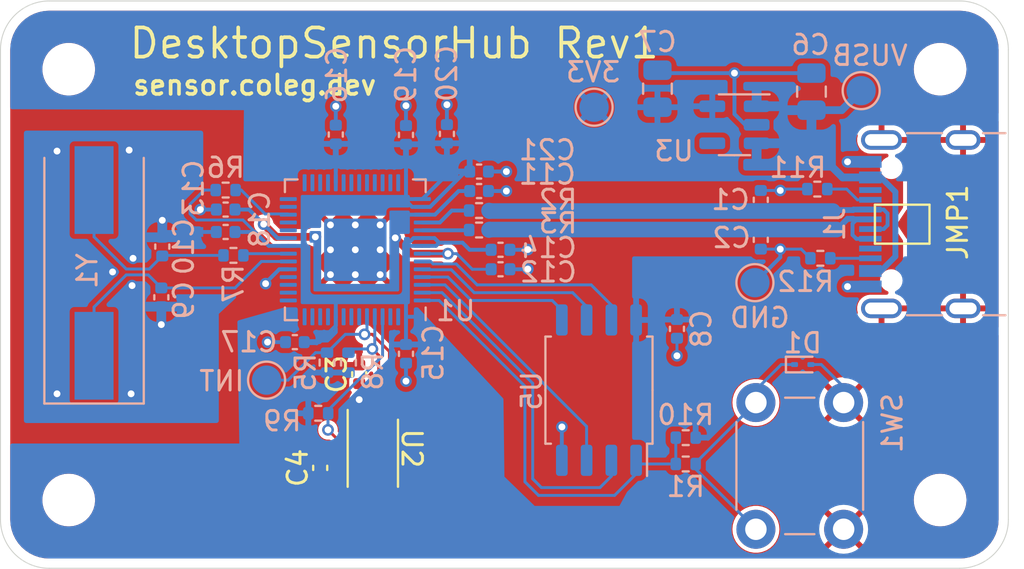
<source format=kicad_pcb>
(kicad_pcb (version 20221018) (generator pcbnew)
  (layers (0 "F.Cu" signal) (31 "B.Cu" signal) (34 "B.Paste" user) (35 "F.Paste" user) (36 "B.SilkS" user "B.Silkscreen") (37 "F.SilkS" user "F.Silkscreen") (38 "B.Mask" user) (39 "F.Mask" user) (44 "Edge.Cuts" user))
  (net 0 "")
  (net 1 "GND")
  (net 2 "+3V3")
  (net 3 "Net-(U2-LED_A)")
  (net 4 "Net-(U3-EN)")
  (net 5 "Net-(U1-XIN)")
  (net 6 "Net-(C10-Pad2)")
  (net 7 "+1V1")
  (net 8 "Net-(D1-A1)")
  (net 9 "Net-(J1-CC1)")
  (net 11 "Net-(J1-CC2)")
  (net 13 "Net-(J1-SHIELD)")
  (net 14 "Net-(U1-QSPI_SS)")
  (net 15 "/USB_D-")
  (net 16 "/USB_D+")
  (net 17 "Net-(U1-GPIO4)")
  (net 18 "Net-(U1-RUN)")
  (net 19 "Net-(U1-XOUT)")
  (net 20 "Net-(U1-GPIO3)")
  (net 21 "Net-(U1-GPIO2)")
  (net 51 "Net-(U1-QSPI_SD3)")
  (net 52 "Net-(U1-QSPI_SCLK)")
  (net 53 "Net-(U1-QSPI_SD0)")
  (net 54 "Net-(U1-QSPI_SD2)")
  (net 55 "Net-(U1-QSPI_SD1)")
  (net 56 "Net-(U2-LDR)")
  (net 58 "Net-(U1-USB_DM)")
  (net 59 "Net-(U1-USB_DP)")
  (footprint "MountingHole:MountingHole_2.2mm_M2" (layer "F.Cu") (at 98.3 88.45)
    (fp_text reference "REF**" hide)
    (fp_text value "MountingHole_2.2mm_M2" hide)
  )
  (footprint "MountingHole:MountingHole_2.2mm_M2" (layer "F.Cu") (at 143 88.45)
    (fp_text reference "REF**" hide)
    (fp_text value "MountingHole_2.2mm_M2" hide)
  )
  (footprint "MountingHole:MountingHole_2.2mm_M2" (layer "F.Cu") (at 143 66.35)
    (fp_text reference "REF**" hide)
    (fp_text value "MountingHole_2.2mm_M2" hide)
  )
  (footprint "Jumper:SolderJumper-2_P1.3mm_Open_TrianglePad1.0x1.5mm" (layer "F.Cu") (at 141.055 74.3 180)
    (fp_text reference "JMP1")
    (fp_text value "0" hide)
  )
  (footprint "MountingHole:MountingHole_2.2mm_M2" (layer "F.Cu") (at 98.3 66.35)
    (fp_text reference "REF**" hide)
    (fp_text value "MountingHole_2.2mm_M2" hide)
  )
  (footprint "Capacitor_SMD:C_0402_1005Metric" (layer "F.Cu") (at 113.2 82 90)
    (fp_text reference "C3")
    (fp_text value "1u")
  )
  (footprint "Capacitor_SMD:C_0402_1005Metric" (layer "F.Cu") (at 111.2 86.8 90)
    (fp_text reference "C4")
    (fp_text value "1u")
  )
  (footprint "Sensor:Avago_APDS-9960" (layer "F.Cu") (at 113.9 85.8 -90)
    (fp_text reference "U2")
    (fp_text value "APDS-9960" hide)
  )
  (footprint "Capacitor_SMD:C_0805_2012Metric" (layer "B.Cu") (at 136.4 67.5 90)
    (fp_text reference "C6")
    (fp_text value "10u")
  )
  (footprint "Capacitor_SMD:C_0402_1005Metric" (layer "B.Cu") (at 115.6 69.72 90)
    (fp_text reference "C19")
    (fp_text value "100n")
  )
  (footprint "Capacitor_SMD:C_0402_1005Metric" (layer "B.Cu") (at 109.9 80.35 180)
    (fp_text reference "C17")
    (fp_text value "100n")
  )
  (footprint "Crystal:Crystal_SMD_HC49-SD" (layer "B.Cu") (at 99.6 76.8 90)
    (fp_text reference "Y1")
    (fp_text value "12 MHZ" hide)
  )
  (footprint "Diode_SMD:D_SOD-923" (layer "B.Cu") (at 135.95 81.5)
    (fp_text reference "D1")
    (fp_text value "ESD9B3.3ST5G" hide)
  )
  (footprint "Resistor_SMD:R_0402_1005Metric" (layer "B.Cu") (at 106.35 72.55)
    (fp_text reference "R6")
    (fp_text value "10K")
  )
  (footprint "Resistor_SMD:R_0402_1005Metric" (layer "B.Cu") (at 106.75 75.9)
    (fp_text reference "R7")
    (fp_text value "1K" hide)
  )
  (footprint "Resistor_SMD:R_0402_1005Metric" (layer "B.Cu") (at 136.7 72.5 180)
    (fp_text reference "R11")
    (fp_text value "5.1K" hide)
  )
  (footprint "Capacitor_SMD:C_0402_1005Metric" (layer "B.Cu") (at 103.05 78.05 90)
    (fp_text reference "C9")
    (fp_text value "27p")
  )
  (footprint "Resistor_SMD:R_0402_1005Metric" (layer "B.Cu") (at 111.55 81.4 90)
    (fp_text reference "R5")
    (fp_text value "10K")
  )
  (footprint "Button_Switch_THT:SW_PUSH_6mm_H5mm" (layer "B.Cu") (at 138.05 89.95 90)
    (fp_text reference "SW1")
    (fp_text value "TS02-66-50-BK-160-LCR-D" hide)
  )
  (footprint "Capacitor_SMD:C_0402_1005Metric" (layer "B.Cu") (at 129.5 79.67 -90)
    (fp_text reference "C8")
    (fp_text value "100n")
  )
  (footprint "DesktopSensorHub footprints:RP2040-QFN-56" (layer "B.Cu") (at 113 75.6125 90)
    (fp_text reference "U1")
    (fp_text value "RP2040")
  )
  (footprint "Resistor_SMD:R_0402_1005Metric" (layer "B.Cu") (at 129.95 86.6)
    (fp_text reference "R1")
    (fp_text value "1K")
  )
  (footprint "Resistor_SMD:R_0402_1005Metric" (layer "B.Cu") (at 112.65 81.4 90)
    (fp_text reference "R8")
    (fp_text value "10K")
  )
  (footprint "TestPoint:TestPoint_Pad_D1.5mm" (layer "B.Cu") (at 125.25 68.3 180)
    (fp_text reference "TP1" hide)
    (fp_text value "TestPoint")
  )
  (footprint "Resistor_SMD:R_0402_1005Metric" (layer "B.Cu") (at 136.855 76.05 180)
    (fp_text reference "R12")
    (fp_text value "5.1K" hide)
  )
  (footprint "Capacitor_SMD:C_0402_1005Metric" (layer "B.Cu") (at 106.35 73.55 180)
    (fp_text reference "C13")
    (fp_text value "100n")
  )
  (footprint "TestPoint:TestPoint_Pad_D1.5mm" (layer "B.Cu") (at 133.5 77.3 180)
    (fp_text reference "TP2" hide)
    (fp_text value "TestPoint")
  )
  (footprint "Resistor_SMD:R_0402_1005Metric" (layer "B.Cu") (at 119.35 73.6 180)
    (fp_text reference "R2")
    (fp_text value "27")
  )
  (footprint "Capacitor_SMD:C_0402_1005Metric" (layer "B.Cu") (at 119.35 72.6)
    (fp_text reference "C11")
    (fp_text value "1u" hide)
  )
  (footprint "Capacitor_SMD:C_0402_1005Metric" (layer "B.Cu") (at 133.8 73.05 90)
    (fp_text reference "C1")
    (fp_text value "47p")
  )
  (footprint "Resistor_SMD:R_0402_1005Metric" (layer "B.Cu") (at 129.95 85.25 180)
    (fp_text reference "R10")
    (fp_text value "10K")
  )
  (footprint "Connector_USB:USB_C_Receptacle_GCT_USB4105-xx-A_16P_TopMnt_Horizontal" (layer "B.Cu") (at 143.1 74.3 -90)
    (fp_text reference "J1")
    (fp_text value "USB_C_Receptacle_USB2.0" hide)
  )
  (footprint "Resistor_SMD:R_0402_1005Metric" (layer "B.Cu") (at 119.35 74.6 180)
    (fp_text reference "R3")
    (fp_text value "27")
  )
  (footprint "Capacitor_SMD:C_0402_1005Metric" (layer "B.Cu") (at 117.7 69.67 90)
    (fp_text reference "C20")
    (fp_text value "100n")
  )
  (footprint "Capacitor_SMD:C_0402_1005Metric" (layer "B.Cu") (at 115.6 80.95 -90)
    (fp_text reference "C15")
    (fp_text value "100n")
  )
  (footprint "Capacitor_SMD:C_0402_1005Metric" (layer "B.Cu") (at 133.8 75.1 -90)
    (fp_text reference "C2")
    (fp_text value "47p")
  )
  (footprint "TestPoint:TestPoint_Pad_D1.5mm" (layer "B.Cu") (at 138.95 67.45 180)
    (fp_text reference "TP3" hide)
    (fp_text value "TestPoint")
  )
  (footprint "Package_SO:SOIC-8_5.275x5.275mm_P1.27mm" (layer "B.Cu") (at 125.5 82.8125 90)
    (fp_text reference "U5")
    (fp_text value "W25Q32JVSS" hide)
  )
  (footprint "Capacitor_SMD:C_0402_1005Metric" (layer "B.Cu") (at 120.45 76.6125)
    (fp_text reference "C12")
    (fp_text value "100n")
  )
  (footprint "Capacitor_SMD:C_0402_1005Metric" (layer "B.Cu") (at 103.1 75.45 -90)
    (fp_text reference "C10")
    (fp_text value "27p")
  )
  (footprint "Capacitor_SMD:C_0402_1005Metric" (layer "B.Cu") (at 120.45 75.6125)
    (fp_text reference "C14")
    (fp_text value "100n")
  )
  (footprint "TestPoint:TestPoint_Pad_D1.5mm" (layer "B.Cu") (at 108.45 82.3 180)
    (fp_text reference "TP4" hide)
    (fp_text value "TestPoint")
  )
  (footprint "Capacitor_SMD:C_0402_1005Metric" (layer "B.Cu") (at 106.35 74.7 180)
    (fp_text reference "C18")
    (fp_text value "100n")
  )
  (footprint "Package_TO_SOT_SMD:SOT-23-5" (layer "B.Cu") (at 132.45 69.2 180)
    (fp_text reference "U3")
    (fp_text value "AP2112K-3.3" hide)
  )
  (footprint "Capacitor_SMD:C_0402_1005Metric" (layer "B.Cu") (at 119.35 71.6)
    (fp_text reference "C21")
    (fp_text value "1u" hide)
  )
  (footprint "Capacitor_SMD:C_0402_1005Metric" (layer "B.Cu") (at 112 69.7 90)
    (fp_text reference "C16")
    (fp_text value "100n")
  )
  (footprint "Resistor_SMD:R_0402_1005Metric" (layer "B.Cu") (at 111.1 84)
    (fp_text reference "R9")
    (fp_text value "10K")
  )
  (footprint "Capacitor_SMD:C_0805_2012Metric" (layer "B.Cu") (at 128.5 67.35 90)
    (fp_text reference "C7")
    (fp_text value "10u")
  )
  (gr_line (start 144 62.85) (end 97.3 62.85) (stroke (width 0.05)) (layer "Edge.Cuts"))
  (gr_line (start 144 91.95) (end 97.3 91.95) (stroke (width 0.05)) (layer "Edge.Cuts"))
  (gr_arc (start 144 62.85) (mid 145.767767 63.582233) (end 146.5 65.35) (stroke (width 0.05)) (layer "Edge.Cuts"))
  (gr_line (start 94.8 65.35) (end 94.8 89.45) (stroke (width 0.05)) (layer "Edge.Cuts"))
  (gr_arc (start 97.3 91.95) (mid 95.532233 91.217767) (end 94.8 89.45) (stroke (width 0.05)) (layer "Edge.Cuts"))
  (gr_line (start 146.5 65.35) (end 146.5 89.45) (stroke (width 0.05)) (layer "Edge.Cuts"))
  (gr_arc (start 146.5 89.45) (mid 145.767767 91.217767) (end 144 91.95) (stroke (width 0.05)) (layer "Edge.Cuts"))
  (gr_arc (start 94.8 65.35) (mid 95.532233 63.582233) (end 97.3 62.85) (stroke (width 0.05)) (layer "Edge.Cuts"))
  (gr_text "sensor.coleg.dev" (at 101.5 67.75) (layer "F.SilkS") (effects (font (size 1 1) (thickness 0.1875)) (justify left bottom)))
  (gr_text "DesktopSensorHub Rev1" (at 101.3 65.9) (layer "F.SilkS") (effects (font (size 1.5 1.5) (thickness 0.1875)) (justify left bottom)))
  (segment (start 111.2 86.32) (end 113.165 86.32) (width 0.15) (layer "F.Cu") (net 1))
  (segment (start 113.165 86.32) (end 113.2 86.285) (width 0.15) (layer "F.Cu") (net 1))
  (via (at 134.8 75.58) (size 0.6) (drill 0.35) (layers "F.Cu" "B.Cu") (net 1))
  (via (at 115.6 68.22) (size 0.6) (drill 0.35) (layers "F.Cu" "B.Cu") (net 1))
  (via (at 97.7 70.55) (size 0.6) (drill 0.35) (layers "F.Cu" "B.Cu") (net 1))
  (via (at 97.7 83) (size 0.6) (drill 0.35) (layers "F.Cu" "B.Cu") (net 1))
  (via (at 132.45 66.55) (size 0.6) (drill 0.35) (layers "F.Cu" "B.Cu") (net 1))
  (via (at 100.55 76.75) (size 0.6) (drill 0.35) (layers "F.Cu" "B.Cu") (net 1))
  (via (at 117.7 68.17) (size 0.6) (drill 0.35) (layers "F.Cu" "B.Cu") (net 1))
  (via (at 138.25 71.1) (size 0.6) (drill 0.35) (layers "F.Cu" "B.Cu") (net 1))
  (via (at 103.1 74.1) (size 0.6) (drill 0.35) (layers "F.Cu" "B.Cu") (net 1))
  (via (at 129.5 81.05) (size 0.6) (drill 0.35) (layers "F.Cu" "B.Cu") (net 1))
  (via (at 134.8 72.57) (size 0.6) (drill 0.35) (layers "F.Cu" "B.Cu") (net 1))
  (via (at 123.6 84.7) (size 0.6) (drill 0.35) (layers "F.Cu" "B.Cu") (net 1))
  (via (at 138.25 77.5) (size 0.6) (drill 0.35) (layers "F.Cu" "B.Cu") (net 1))
  (via (at 105.05 73.55) (size 0.6) (drill 0.35) (layers "F.Cu" "B.Cu") (net 1))
  (via (at 120.75 72.6) (size 0.6) (drill 0.35) (layers "F.Cu" "B.Cu") (net 1))
  (via (at 121.85 75.6) (size 0.6) (drill 0.35) (layers "F.Cu" "B.Cu") (net 1))
  (via (at 101.5 83) (size 0.6) (drill 0.35) (layers "F.Cu" "B.Cu") (net 1))
  (via (at 101.55 77.45) (size 0.6) (drill 0.35) (layers "F.Cu" "B.Cu") (net 1))
  (via (at 115.6 82.35) (size 0.6) (drill 0.35) (layers "F.Cu" "B.Cu") (net 1))
  (via (at 121.85 76.6) (size 0.6) (drill 0.35) (layers "F.Cu" "B.Cu") (net 1))
  (via (at 103.05 79.45) (size 0.6) (drill 0.35) (layers "F.Cu" "B.Cu") (net 1))
  (via (at 108.5 80.35) (size 0.6) (drill 0.35) (layers "F.Cu" "B.Cu") (net 1))
  (via (at 101.4 70.5) (size 0.6) (drill 0.35) (layers "F.Cu" "B.Cu") (net 1))
  (via (at 108.4 77.35) (size 0.6) (drill 0.35) (layers "F.Cu" "B.Cu") (net 1))
  (via (at 120.75 71.6) (size 0.6) (drill 0.35) (layers "F.Cu" "B.Cu") (net 1))
  (via (at 112 68.25) (size 0.6) (drill 0.35) (layers "F.Cu" "B.Cu") (net 1))
  (via (at 101.6 76.05) (size 0.6) (drill 0.35) (layers "F.Cu" "B.Cu") (net 1))
  (segment (start 134.8 75.58) (end 134.8 76) (width 0.2) (layer "B.Cu") (net 1))
  (segment (start 133.8 75.58) (end 134.8 75.58) (width 0.15) (layer "B.Cu") (net 1))
  (segment (start 105.87 73.55) (end 105.05 73.55) (width 0.2) (layer "B.Cu") (net 1))
  (segment (start 109.100736 76.6125) (end 108.4 77.313236) (width 0.2) (layer "B.Cu") (net 1))
  (segment (start 120.93 76.6125) (end 121.8375 76.6125) (width 0.2) (layer "B.Cu") (net 1))
  (segment (start 136.37 81.5) (end 136.9 81.5) (width 0.15) (layer "B.Cu") (net 1))
  (segment (start 121.8375 76.6125) (end 121.85 76.6) (width 0.2) (layer "B.Cu") (net 1))
  (segment (start 136.345 76.05) (end 135.875 75.58) (width 0.15) (layer "B.Cu") (net 1))
  (segment (start 123.595 84.705) (end 123.6 84.7) (width 0.2) (layer "B.Cu") (net 1))
  (segment (start 103.37 74.7) (end 103.1 74.97) (width 0.2) (layer "B.Cu") (net 1))
  (segment (start 109.5625 76.6125) (end 109.100736 76.6125) (width 0.2) (layer "B.Cu") (net 1))
  (segment (start 133.8 72.57) (end 134.8 72.57) (width 0.15) (layer "B.Cu") (net 1))
  (segment (start 136.9 81.5) (end 138.05 82.65) (width 0.15) (layer "B.Cu") (net 1))
  (segment (start 112 68.25) (end 112 69.22) (width 0.2) (layer "B.Cu") (net 1))
  (segment (start 109.42 80.35) (end 108.5 80.35) (width 0.2) (layer "B.Cu") (net 1))
  (segment (start 108.4 77.313236) (end 108.4 77.35) (width 0.2) (layer "B.Cu") (net 1))
  (segment (start 121.8375 75.6125) (end 121.85 75.6) (width 0.2) (layer "B.Cu") (net 1))
  (segment (start 139.42 71.1) (end 138.25 71.1) (width 0.6) (layer "B.Cu") (net 1))
  (segment (start 135.875 75.58) (end 134.8 75.58) (width 0.15) (layer "B.Cu") (net 1))
  (segment (start 132.45 66.55) (end 132.45 68.65) (width 0.2) (layer "B.Cu") (net 1))
  (segment (start 138.25 77.5) (end 139.42 77.5) (width 0.6) (layer "B.Cu") (net 1))
  (segment (start 133 69.2) (end 132.45 68.65) (width 0.2) (layer "B.Cu") (net 1))
  (segment (start 117.7 69.19) (end 117.7 68.17) (width 0.2) (layer "B.Cu") (net 1))
  (segment (start 134.87 72.5) (end 134.8 72.57) (width 0.15) (layer "B.Cu") (net 1))
  (segment (start 132.45 66.55) (end 128.65 66.55) (width 0.2) (layer "B.Cu") (net 1))
  (segment (start 138.05 82.65) (end 138.05 83.45) (width 0.15) (layer "B.Cu") (net 1))
  (segment (start 128.65 66.55) (end 128.5 66.4) (width 0.2) (layer "B.Cu") (net 1))
  (segment (start 103.05 79.45) (end 103.05 78.53) (width 0.15) (layer "B.Cu") (net 1))
  (segment (start 119.83 72.6) (end 120.75 72.6) (width 0.2) (layer "B.Cu") (net 1))
  (segment (start 123.595 86.4125) (end 123.595 84.705) (width 0.2) (layer "B.Cu") (net 1))
  (segment (start 129.5 81.05) (end 129.5 80.15) (width 0.15) (layer "B.Cu") (net 1))
  (segment (start 134.8 76) (end 133.5 77.3) (width 0.2) (layer "B.Cu") (net 1))
  (segment (start 120.93 75.6125) (end 121.8375 75.6125) (width 0.2) (layer "B.Cu") (net 1))
  (segment (start 119.83 71.6) (end 120.75 71.6) (width 0.2) (layer "B.Cu") (net 1))
  (segment (start 105.87 74.7) (end 103.37 74.7) (width 0.2) (layer "B.Cu") (net 1))
  (segment (start 133.5875 69.2) (end 133 69.2) (width 0.2) (layer "B.Cu") (net 1))
  (segment (start 136.19 72.5) (end 134.87 72.5) (width 0.15) (layer "B.Cu") (net 1))
  (segment (start 103.1 74.1) (end 103.1 74.97) (width 0.15) (layer "B.Cu") (net 1))
  (segment (start 115.6 69.24) (end 115.6 68.22) (width 0.2) (layer "B.Cu") (net 1))
  (segment (start 115.6 81.43) (end 115.6 82.35) (width 0.2) (layer "B.Cu") (net 1))
  (segment (start 136.4 66.55) (end 132.45 66.55) (width 0.2) (layer "B.Cu") (net 1))
  (segment (start 113.2 83.3) (end 113.2 84.345) (width 0.15) (layer "F.Cu") (net 2))
  (segment (start 113.2 82.48) (end 113.2 83.3) (width 0.15) (layer "F.Cu") (net 2))
  (via (at 113.2 83.3) (size 0.6) (drill 0.35) (layers "F.Cu" "B.Cu") (net 2))
  (segment (start 127.405 79.2125) (end 127.4275 79.19) (width 0.2) (layer "B.Cu") (net 2))
  (segment (start 116.4375 73.0125) (end 117.7 71.75) (width 0.2) (layer "B.Cu") (net 2))
  (segment (start 112 79.05) (end 112 79.511764) (width 0.2) (layer "B.Cu") (net 2))
  (segment (start 117.3 75.25) (end 118.5 75.25) (width 0.2) (layer "B.Cu") (net 2))
  (segment (start 109.5625 75.4125) (end 108.5625 75.4125) (width 0.2) (layer "B.Cu") (net 2))
  (segment (start 104.842537 74.085) (end 104.525 73.767463) (width 0.15) (layer "B.Cu") (net 2))
  (segment (start 108.5625 75.4125) (end 107.85 74.7) (width 0.2) (layer "B.Cu") (net 2))
  (segment (start 118.5 75.25) (end 118.8625 75.6125) (width 0.2) (layer "B.Cu") (net 2))
  (segment (start 115.6 72.175) (end 115.6 72.9) (width 0.2) (layer "B.Cu") (net 2))
  (segment (start 115.9125 73.4125) (end 115.7 73.2) (width 0.2) (layer "B.Cu") (net 2))
  (segment (start 107.85 74.7) (end 107.235 74.085) (width 0.15) (layer "B.Cu") (net 2))
  (segment (start 109.5625 75.4125) (end 110.2125 75.4125) (width 0.2) (layer "B.Cu") (net 2))
  (segment (start 112 79.05) (end 112 78.25) (width 0.2) (layer "B.Cu") (net 2))
  (segment (start 118.8625 75.6125) (end 119.97 75.6125) (width 0.2) (layer "B.Cu") (net 2))
  (segment (start 117.0625 75.0125) (end 117.3 75.25) (width 0.2) (layer "B.Cu") (net 2))
  (segment (start 116.4375 73.4125) (end 115.9125 73.4125) (width 0.2) (layer "B.Cu") (net 2))
  (segment (start 112 72.175) (end 112 70.18) (width 0.2) (layer "B.Cu") (net 2))
  (segment (start 107.235 74.085) (end 104.842537 74.085) (width 0.15) (layer "B.Cu") (net 2))
  (segment (start 115.6 70.2) (end 115.6 72.175) (width 0.2) (layer "B.Cu") (net 2))
  (segment (start 116.4375 75.4125) (end 115.7125 75.4125) (width 0.2) (layer "B.Cu") (net 2))
  (segment (start 127.4275 79.19) (end 129.5 79.19) (width 0.2) (layer "B.Cu") (net 2))
  (segment (start 117.7 71.75) (end 117.7 70.15) (width 0.2) (layer "B.Cu") (net 2))
  (segment (start 115.9875 75.0125) (end 115.7 75.3) (width 0.2) (layer "B.Cu") (net 2))
  (segment (start 116.4375 73.4125) (end 116.8375 73.4125) (width 0.2) (layer "B.Cu") (net 2))
  (segment (start 116.4375 75.0125) (end 115.9875 75.0125) (width 0.2) (layer "B.Cu") (net 2))
  (segment (start 105.25 72.55) (end 105.84 72.55) (width 0.15) (layer "B.Cu") (net 2))
  (segment (start 112 79.511764) (end 111.161764 80.35) (width 0.2) (layer "B.Cu") (net 2))
  (segment (start 115.6 79.05) (end 115.6 78.25) (width 0.2) (layer "B.Cu") (net 2))
  (segment (start 110.2125 75.4125) (end 110.35 75.55) (width 0.2) (layer "B.Cu") (net 2))
  (segment (start 107.85 74.7) (end 106.83 74.7) (width 0.2) (layer "B.Cu") (net 2))
  (segment (start 104.525 73.767463) (end 104.525 73.275) (width 0.15) (layer "B.Cu") (net 2))
  (segment (start 116.4375 75.4125) (end 117.1375 75.4125) (width 0.2) (layer "B.Cu") (net 2))
  (segment (start 111.161764 80.35) (end 110.38 80.35) (width 0.2) (layer "B.Cu") (net 2))
  (segment (start 116.4375 73.0125) (end 115.7125 73.0125) (width 0.2) (layer "B.Cu") (net 2))
  (segment (start 104.525 73.275) (end 105.25 72.55) (width 0.15) (layer "B.Cu") (net 2))
  (segment (start 116.4375 75.0125) (end 117.0625 75.0125) (width 0.2) (layer "B.Cu") (net 2))
  (segment (start 116.8375 73.4125) (end 118.65 71.6) (width 0.2) (layer "B.Cu") (net 2))
  (segment (start 115.6 79.05) (end 115.6 80.47) (width 0.2) (layer "B.Cu") (net 2))
  (segment (start 118.65 71.6) (end 118.87 71.6) (width 0.2) (layer "B.Cu") (net 2))
  (segment (start 117.1375 75.4125) (end 117.3 75.25) (width 0.2) (layer "B.Cu") (net 2))
  (segment (start 113.2 87.255) (end 111.225 87.255) (width 0.15) (layer "F.Cu") (net 3))
  (segment (start 111.225 87.255) (end 111.2 87.28) (width 0.15) (layer "F.Cu") (net 3))
  (segment (start 139.959695 71.9) (end 139.42 71.9) (width 0.3) (layer "B.Cu") (net 4))
  (segment (start 139.42 76.7) (end 139.959695 76.7) (width 0.3) (layer "B.Cu") (net 4))
  (segment (start 138.95 67.45) (end 137.95 68.45) (width 0.4) (layer "B.Cu") (net 4))
  (segment (start 139.42 71.9) (end 138 71.9) (width 0.4) (layer "B.Cu") (net 4))
  (segment (start 137.95 68.45) (end 136.4 68.45) (width 0.4) (layer "B.Cu") (net 4))
  (segment (start 140.705 75.954695) (end 140.705 72.645305) (width 0.3) (layer "B.Cu") (net 4))
  (segment (start 140.705 72.645305) (end 139.959695 71.9) (width 0.3) (layer "B.Cu") (net 4))
  (segment (start 138 71.9) (end 137.4 71.3) (width 0.4) (layer "B.Cu") (net 4))
  (segment (start 139.959695 76.7) (end 140.705 75.954695) (width 0.3) (layer "B.Cu") (net 4))
  (segment (start 109.5625 76.2125) (end 108.1875 76.2125) (width 0.15) (layer "B.Cu") (net 5))
  (segment (start 103.05 77.57) (end 102.38 76.9) (width 0.15) (layer "B.Cu") (net 5))
  (segment (start 99.6 78.55) (end 99.6 81.05) (width 0.15) (layer "B.Cu") (net 5))
  (segment (start 102.38 76.9) (end 101.25 76.9) (width 0.15) (layer "B.Cu") (net 5))
  (segment (start 101.25 76.9) (end 99.6 78.55) (width 0.15) (layer "B.Cu") (net 5))
  (segment (start 106.83 77.57) (end 103.05 77.57) (width 0.15) (layer "B.Cu") (net 5))
  (segment (start 108.1875 76.2125) (end 106.83 77.57) (width 0.15) (layer "B.Cu") (net 5))
  (segment (start 103.13 75.9) (end 103.1 75.93) (width 0.15) (layer "B.Cu") (net 6))
  (segment (start 99.6 74.95) (end 99.6 72.55) (width 0.15) (layer "B.Cu") (net 6))
  (segment (start 106.24 75.9) (end 103.13 75.9) (width 0.15) (layer "B.Cu") (net 6))
  (segment (start 101.25 76.6) (end 99.6 74.95) (width 0.15) (layer "B.Cu") (net 6))
  (segment (start 102.43 76.6) (end 101.25 76.6) (width 0.15) (layer "B.Cu") (net 6))
  (segment (start 103.1 75.93) (end 102.43 76.6) (width 0.15) (layer "B.Cu") (net 6))
  (segment (start 110.95 74.95) (end 108.95 74.95) (width 0.4) (layer "F.Cu") (net 7))
  (segment (start 115.8625 75.8125) (end 115.05 75) (width 0.4) (layer "F.Cu") (net 7))
  (segment (start 117.75 75.8125) (end 115.8625 75.8125) (width 0.4) (layer "F.Cu") (net 7))
  (segment (start 108.95 74.95) (end 108.3 74.3) (width 0.4) (layer "F.Cu") (net 7))
  (via (at 117.75 75.8125) (size 0.6) (drill 0.35) (layers "F.Cu" "B.Cu") (net 7))
  (via (at 108.3 74.3) (size 0.6) (drill 0.35) (layers "F.Cu" "B.Cu") (net 7))
  (via (at 115.05 75) (size 0.6) (drill 0.35) (layers "F.Cu" "B.Cu") (net 7))
  (via (at 110.95 74.95) (size 0.6) (drill 0.35) (layers "F.Cu" "B.Cu") (net 7))
  (segment (start 119 76.6125) (end 119.97 76.6125) (width 0.15) (layer "B.Cu") (net 7))
  (segment (start 109.0125 75.0125) (end 108.3 74.3) (width 0.2) (layer "B.Cu") (net 7))
  (segment (start 118.2 75.8125) (end 119 76.6125) (width 0.15) (layer "B.Cu") (net 7))
  (segment (start 107.55 73.55) (end 106.83 73.55) (width 0.2) (layer "B.Cu") (net 7))
  (segment (start 117.75 75.8125) (end 118.2 75.8125) (width 0.15) (layer "B.Cu") (net 7))
  (segment (start 116.4375 75.8125) (end 117.75 75.8125) (width 0.15) (layer "B.Cu") (net 7))
  (segment (start 116.4375 73.8125) (end 115.7375 73.8125) (width 0.2) (layer "B.Cu") (net 7))
  (segment (start 117.0875 73.8125) (end 118.3 72.6) (width 0.2) (layer "B.Cu") (net 7))
  (segment (start 109.5625 75.0125) (end 109.0125 75.0125) (width 0.2) (layer "B.Cu") (net 7))
  (segment (start 116.4375 73.8125) (end 117.0875 73.8125) (width 0.2) (layer "B.Cu") (net 7))
  (segment (start 118.3 72.6) (end 118.87 72.6) (width 0.2) (layer "B.Cu") (net 7))
  (segment (start 108.3 74.3) (end 107.55 73.55) (width 0.2) (layer "B.Cu") (net 7))
  (segment (start 130.46 86.54) (end 130.46 86.6) (width 0.15) (layer "B.Cu") (net 8))
  (segment (start 134.85 81.5) (end 133.55 82.8) (width 0.15) (layer "B.Cu") (net 8))
  (segment (start 130.46 86.86) (end 133.55 89.95) (width 0.15) (layer "B.Cu") (net 8))
  (segment (start 133.55 83.45) (end 130.46 86.54) (width 0.15) (layer "B.Cu") (net 8))
  (segment (start 135.53 81.5) (end 134.85 81.5) (width 0.15) (layer "B.Cu") (net 8))
  (segment (start 130.46 86.6) (end 130.46 86.86) (width 0.15) (layer "B.Cu") (net 8))
  (segment (start 133.55 82.8) (end 133.55 83.45) (width 0.15) (layer "B.Cu") (net 8))
  (segment (start 138.205 72.5) (end 137.21 72.5) (width 0.15) (layer "B.Cu") (net 9))
  (segment (start 139.42 73.05) (end 138.755 73.05) (width 0.15) (layer "B.Cu") (net 9))
  (segment (start 138.755 73.05) (end 138.205 72.5) (width 0.15) (layer "B.Cu") (net 9))
  (segment (start 137.365 76.05) (end 139.42 76.05) (width 0.15) (layer "B.Cu") (net 11))
  (segment (start 127.405 87.1075) (end 127.405 86.4125) (width 0.15) (layer "B.Cu") (net 14))
  (segment (start 126.3 88.2125) (end 127.405 87.1075) (width 0.15) (layer "B.Cu") (net 14))
  (segment (start 129.44 86.6) (end 127.5925 86.6) (width 0.15) (layer "B.Cu") (net 14))
  (segment (start 129.44 85.25) (end 129.44 86.6) (width 0.15) (layer "B.Cu") (net 14))
  (segment (start 121.7 87.5125) (end 122.4 88.2125) (width 0.15) (layer "B.Cu") (net 14))
  (segment (start 122.4 88.2125) (end 126.3 88.2125) (width 0.15) (layer "B.Cu") (net 14))
  (segment (start 121.7 82.6125) (end 121.7 87.5125) (width 0.15) (layer "B.Cu") (net 14))
  (segment (start 127.5925 86.6) (end 127.405 86.4125) (width 0.15) (layer "B.Cu") (net 14))
  (segment (start 116.4375 78.2125) (end 117.3 78.2125) (width 0.15) (layer "B.Cu") (net 14))
  (segment (start 117.3 78.2125) (end 121.7 82.6125) (width 0.15) (layer "B.Cu") (net 14))
  (segment (start 138.532499 73.575) (end 138.557499 73.55) (width 0.3) (layer "B.Cu") (net 15))
  (segment (start 140.105 73.55) (end 139.42 73.55) (width 0.2) (layer "B.Cu") (net 15))
  (segment (start 119.885 73.625) (end 119.86 73.6) (width 0.8) (layer "B.Cu") (net 15))
  (segment (start 137.55 73.575) (end 138.532499 73.575) (width 0.3) (layer "B.Cu") (net 15))
  (segment (start 139.42 74.55) (end 140.105 74.55) (width 0.2) (layer "B.Cu") (net 15))
  (segment (start 140.305 73.75) (end 140.105 73.55) (width 0.2) (layer "B.Cu") (net 15))
  (segment (start 140.305 74.35) (end 140.305 73.75) (width 0.2) (layer "B.Cu") (net 15))
  (segment (start 138.557499 73.55) (end 139.42 73.55) (width 0.3) (layer "B.Cu") (net 15))
  (segment (start 137.5 73.625) (end 119.885 73.625) (width 0.8) (layer "B.Cu") (net 15))
  (segment (start 140.105 74.55) (end 140.305 74.35) (width 0.2) (layer "B.Cu") (net 15))
  (segment (start 138.705 75.05) (end 139.42 75.05) (width 0.2) (layer "B.Cu") (net 16))
  (segment (start 138.532499 74.025) (end 138.557499 74.05) (width 0.3) (layer "B.Cu") (net 16))
  (segment (start 138.557499 74.05) (end 139.42 74.05) (width 0.3) (layer "B.Cu") (net 16))
  (segment (start 139.42 74.05) (end 138.73 74.05) (width 0.2) (layer "B.Cu") (net 16))
  (segment (start 119.885 74.575) (end 119.86 74.6) (width 0.8) (layer "B.Cu") (net 16))
  (segment (start 137.7 74.575) (end 138.25 74.025) (width 0.3) (layer "B.Cu") (net 16))
  (segment (start 138.505 74.85) (end 138.705 75.05) (width 0.2) (layer "B.Cu") (net 16))
  (segment (start 138.505 74.275) (end 138.505 74.85) (width 0.2) (layer "B.Cu") (net 16))
  (segment (start 138.25 74.025) (end 138.532499 74.025) (width 0.3) (layer "B.Cu") (net 16))
  (segment (start 137.7 74.575) (end 119.885 74.575) (width 0.8) (layer "B.Cu") (net 16))
  (segment (start 138.73 74.05) (end 138.505 74.275) (width 0.2) (layer "B.Cu") (net 16))
  (segment (start 114.75 80.832037) (end 114.75 83.385) (width 0.15) (layer "F.Cu") (net 17))
  (segment (start 115.55 84.815) (end 115.05 85.315) (width 0.15) (layer "F.Cu") (net 17))
  (segment (start 115.05 85.315) (end 114.6 85.315) (width 0.15) (layer "F.Cu") (net 17))
  (segment (start 113.4755 79.95) (end 113.867963 79.95) (width 0.15) (layer "F.Cu") (net 17))
  (segment (start 115.55 84.185) (end 115.55 84.815) (width 0.15) (layer "F.Cu") (net 17))
  (segment (start 113.867963 79.95) (end 114.75 80.832037) (width 0.15) (layer "F.Cu") (net 17))
  (segment (start 114.75 83.385) (end 115.55 84.185) (width 0.15) (layer "F.Cu") (net 17))
  (via (at 113.4755 79.95) (size 0.6) (drill 0.35) (layers "F.Cu" "B.Cu") (net 17))
  (segment (start 113.6 79.8255) (end 113.4755 79.95) (width 0.15) (layer "B.Cu") (net 17))
  (segment (start 113.4755 79.95) (end 112.49 79.95) (width 0.15) (layer "B.Cu") (net 17))
  (segment (start 113.6 79.05) (end 113.6 79.8255) (width 0.15) (layer "B.Cu") (net 17))
  (segment (start 112.49 79.95) (end 111.55 80.89) (width 0.15) (layer "B.Cu") (net 17))
  (segment (start 109.55 82.3) (end 108.45 82.3) (width 0.15) (layer "B.Cu") (net 17))
  (segment (start 111.55 80.89) (end 110.96 80.89) (width 0.15) (layer "B.Cu") (net 17))
  (segment (start 110.96 80.89) (end 109.55 82.3) (width 0.15) (layer "B.Cu") (net 17))
  (segment (start 108.375 73.775) (end 107.15 72.55) (width 0.15) (layer "B.Cu") (net 18))
  (segment (start 109.5625 73.8125) (end 109.525 73.775) (width 0.15) (layer "B.Cu") (net 18))
  (segment (start 109.525 73.775) (end 108.375 73.775) (width 0.15) (layer "B.Cu") (net 18))
  (segment (start 107.15 72.55) (end 106.86 72.55) (width 0.15) (layer "B.Cu") (net 18))
  (segment (start 107.3475 75.8125) (end 107.26 75.9) (width 0.15) (layer "B.Cu") (net 19))
  (segment (start 109.5625 75.8125) (end 107.3475 75.8125) (width 0.15) (layer "B.Cu") (net 19))
  (segment (start 114.6 84.05) (end 114.6 84.345) (width 0.15) (layer "F.Cu") (net 20))
  (segment (start 114.2 81.0245) (end 114.2 83.65) (width 0.15) (layer "F.Cu") (net 20))
  (segment (start 113.8755 80.7) (end 114.2 81.0245) (width 0.15) (layer "F.Cu") (net 20))
  (segment (start 114.2 83.65) (end 114.6 84.05) (width 0.15) (layer "F.Cu") (net 20))
  (via (at 113.8755 80.7) (size 0.6) (drill 0.35) (layers "F.Cu" "B.Cu") (net 20))
  (segment (start 114 79.05) (end 114 80.5755) (width 0.15) (layer "B.Cu") (net 20))
  (segment (start 112.84 80.7) (end 112.65 80.89) (width 0.15) (layer "B.Cu") (net 20))
  (segment (start 114 80.5755) (end 113.8755 80.7) (width 0.15) (layer "B.Cu") (net 20))
  (segment (start 113.8755 80.7) (end 112.84 80.7) (width 0.15) (layer "B.Cu") (net 20))
  (segment (start 111.6 84.85) (end 112.065 85.315) (width 0.15) (layer "F.Cu") (net 21))
  (segment (start 112.065 85.315) (end 113.2 85.315) (width 0.15) (layer "F.Cu") (net 21))
  (via (at 111.6 84.85) (size 0.6) (drill 0.35) (layers "F.Cu" "B.Cu") (net 21))
  (segment (start 114.4 81.05) (end 111.6 83.85) (width 0.15) (layer "B.Cu") (net 21))
  (segment (start 114.4 79.05) (end 114.4 81.05) (width 0.15) (layer "B.Cu") (net 21))
  (segment (start 111.6 83.85) (end 111.6 84.85) (width 0.15) (layer "B.Cu") (net 21))
  (segment (start 118.175 76.3375) (end 119.25 77.4125) (width 0.15) (layer "B.Cu") (net 51))
  (segment (start 126.135 78.4475) (end 126.135 79.2125) (width 0.15) (layer "B.Cu") (net 51))
  (segment (start 116.4375 76.2125) (end 116.863909 76.2125) (width 0.15) (layer "B.Cu") (net 51))
  (segment (start 119.25 77.4125) (end 125.1 77.4125) (width 0.15) (layer "B.Cu") (net 51))
  (segment (start 125.1 77.4125) (end 126.135 78.4475) (width 0.15) (layer "B.Cu") (net 51))
  (segment (start 116.863909 76.2125) (end 116.988909 76.3375) (width 0.15) (layer "B.Cu") (net 51))
  (segment (start 116.988909 76.3375) (end 118.175 76.3375) (width 0.15) (layer "B.Cu") (net 51))
  (segment (start 119.1 77.8125) (end 124.15 77.8125) (width 0.15) (layer "B.Cu") (net 52))
  (segment (start 117.925 76.6375) (end 119.1 77.8125) (width 0.15) (layer "B.Cu") (net 52))
  (segment (start 116.4375 76.6125) (end 116.4625 76.6375) (width 0.15) (layer "B.Cu") (net 52))
  (segment (start 116.4625 76.6375) (end 117.925 76.6375) (width 0.15) (layer "B.Cu") (net 52))
  (segment (start 124.15 77.8125) (end 124.865 78.5275) (width 0.15) (layer "B.Cu") (net 52))
  (segment (start 124.865 78.4775) (end 124.865 79.2125) (width 0.15) (layer "B.Cu") (net 52))
  (segment (start 124.865 78.5275) (end 124.865 79.2125) (width 0.15) (layer "B.Cu") (net 52))
  (segment (start 118.95 78.2125) (end 123.1 78.2125) (width 0.15) (layer "B.Cu") (net 53))
  (segment (start 123.595 78.7075) (end 123.595 79.2125) (width 0.15) (layer "B.Cu") (net 53))
  (segment (start 117.75 77.0125) (end 118.95 78.2125) (width 0.15) (layer "B.Cu") (net 53))
  (segment (start 116.4375 77.0125) (end 117.75 77.0125) (width 0.15) (layer "B.Cu") (net 53))
  (segment (start 123.1 78.2125) (end 123.595 78.7075) (width 0.15) (layer "B.Cu") (net 53))
  (segment (start 124.865 84.6775) (end 124.865 86.4125) (width 0.15) (layer "B.Cu") (net 54))
  (segment (start 117.6 77.4125) (end 124.865 84.6775) (width 0.15) (layer "B.Cu") (net 54))
  (segment (start 116.4375 77.4125) (end 117.6 77.4125) (width 0.15) (layer "B.Cu") (net 54))
  (segment (start 116.4375 77.8125) (end 117.45 77.8125) (width 0.15) (layer "B.Cu") (net 55))
  (segment (start 125.55 87.8125) (end 126.135 87.2275) (width 0.15) (layer "B.Cu") (net 55))
  (segment (start 117.45 77.8125) (end 122.1 82.4625) (width 0.15) (layer "B.Cu") (net 55))
  (segment (start 122.55 87.8125) (end 125.55 87.8125) (width 0.15) (layer "B.Cu") (net 55))
  (segment (start 122.1 87.3625) (end 122.55 87.8125) (width 0.15) (layer "B.Cu") (net 55))
  (segment (start 126.135 87.2275) (end 126.135 86.4125) (width 0.15) (layer "B.Cu") (net 55))
  (segment (start 122.1 82.4625) (end 122.1 87.3625) (width 0.15) (layer "B.Cu") (net 55))
  (segment (start 114.6 86.285) (end 114.6 87.255) (width 0.15) (layer "F.Cu") (net 56))
  (segment (start 117.3375 74.2125) (end 117.95 73.6) (width 0.2) (layer "B.Cu") (net 58))
  (segment (start 116.4375 74.2125) (end 117.3375 74.2125) (width 0.2) (layer "B.Cu") (net 58))
  (segment (start 117.95 73.6) (end 118.84 73.6) (width 0.2) (layer "B.Cu") (net 58))
  (segment (start 118.8275 74.6125) (end 118.84 74.6) (width 0.2) (layer "B.Cu") (net 59))
  (segment (start 116.4375 74.6125) (end 118.8275 74.6125) (width 0.2) (layer "B.Cu") (net 59))
  (zone (net 13) (net_name "Net-(J1-SHIELD)") (layer "F.Cu") (priority 1) (connect_pads (clearance 0.2)) (min_thickness 0.25) (fill yes (thermal_gap 0.3) (thermal_bridge_width 0.3))
    (polygon (pts (xy 138.655 68.9) (xy 146.055 68.9) (xy 146.055 79.7) (xy 138.655 79.7) (xy 138.655 77.95) (xy 141.305 77.95) (xy 141.305 70.65) (xy 138.655 70.65)))
  )
  (zone (net 1) (net_name "GND") (layer "F.Cu") (connect_pads (clearance 0.2)) (min_thickness 0.2) (fill yes (thermal_gap 0.3) (thermal_bridge_width 0.3))
    (polygon (pts (xy 94.8 62.8) (xy 94.8 91.95) (xy 146.5 92) (xy 146.5 62.85)))
  )
  (zone (net 2) (net_name "+3V3") (layer "B.Cu") (connect_pads yes (clearance 0.15)) (min_thickness 0.15) (fill yes (thermal_gap 0.5) (thermal_bridge_width 0.5))
    (polygon (pts (xy 115.8 72.8) (xy 115.8 78.4) (xy 110.2 78.4) (xy 110.2 72.8)))
  )
  (zone (net 4) (net_name "Net-(U3-EN)") (layer "B.Cu") (priority 2) (connect_pads (clearance 0.2)) (min_thickness 0.25) (fill yes (thermal_gap 0.5) (thermal_bridge_width 0.5))
    (polygon (pts (xy 137.65 67) (xy 137.65 71.55) (xy 132.9 71.55) (xy 132.9 67)))
  )
  (zone (net 1) (net_name "GND") (layer "B.Cu") (priority 1) (connect_pads (clearance 0.25)) (min_thickness 0.25) (fill yes (thermal_gap 0.5) (thermal_bridge_width 0.5))
    (polygon (pts (xy 96 69.5) (xy 105.2 69.5) (xy 105.2 75.25) (xy 107.85 75.25) (xy 108.75 76.35) (xy 106 78.9) (xy 106 84.5) (xy 96 84.5)))
  )
  (zone (net 7) (net_name "+1V1") (layer "B.Cu") (priority 1) (connect_pads yes (clearance 0.15)) (min_thickness 0.15) (fill yes (thermal_gap 0.5) (thermal_bridge_width 0.5))
    (polygon (pts (xy 115.8 73.6) (xy 114.75 73.6) (xy 114.75 77.35) (xy 111.25 77.35) (xy 111.25 74.65) (xy 110.65 74.65) (xy 110.65 75.25) (xy 110.85 75.25) (xy 110.85 77.75) (xy 115.25 77.75) (xy 115.25 74.8) (xy 115.8 74.8)))
  )
  (zone (net 2) (net_name "+3V3") (layer "B.Cu") (name "3V3") (connect_pads (clearance 0.25)) (min_thickness 0.2) (fill yes (thermal_gap 0.3) (thermal_bridge_width 0.3))
    (polygon (pts (xy 146.5 92) (xy 94.8 91.95) (xy 94.8 85.55) (xy 107.05 85.55) (xy 106.95 79.25) (xy 109.6 78.5) (xy 116.15 78.5) (xy 120.6 83.25) (xy 120.65 87.25) (xy 122.2 88.75) (xy 126.55 88.75) (xy 127.2 87.55) (xy 127.2 75.95) (xy 141.3 75.95) (xy 141.313836 72.100054) (xy 107.25 72.1) (xy 107.284954 68.449301) (xy 94.8 68.4) (xy 94.8 62.8) (xy 146.5 62.85)))
  )
)
</source>
